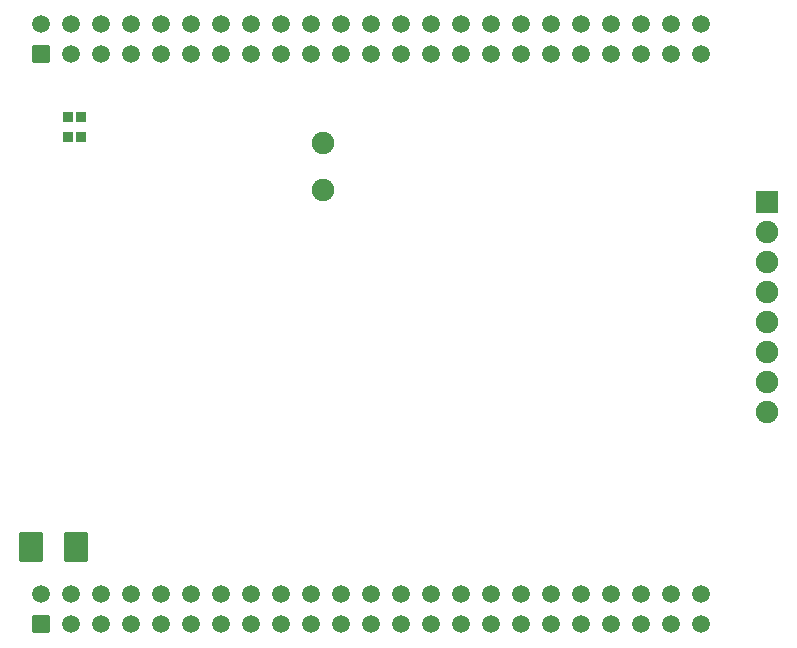
<source format=gts>
G04 Layer: TopSolderMaskLayer*
G04 EasyEDA v6.5.22, 2023-01-10 12:38:46*
G04 25b49afb8cf343a198f3b3cb698868e7,2e4b97ed0a384ad5b60706015a639cab,10*
G04 Gerber Generator version 0.2*
G04 Scale: 100 percent, Rotated: No, Reflected: No *
G04 Dimensions in inches *
G04 leading zeros omitted , absolute positions ,3 integer and 6 decimal *
%FSLAX36Y36*%
%MOIN*%

%AMMACRO1*1,1,$1,$2,$3*1,1,$1,$4,$5*1,1,$1,0-$2,0-$3*1,1,$1,0-$4,0-$5*20,1,$1,$2,$3,$4,$5,0*20,1,$1,$4,$5,0-$2,0-$3,0*20,1,$1,0-$2,0-$3,0-$4,0-$5,0*20,1,$1,0-$4,0-$5,$2,$3,0*4,1,4,$2,$3,$4,$5,0-$2,0-$3,0-$4,0-$5,$2,$3,0*%
%ADD10C,0.0749*%
%ADD11MACRO1,0.004X-0.0276X0.0276X0.0276X0.0276*%
%ADD12C,0.0591*%
%ADD13MACRO1,0.004X0.0354X0.0354X0.0354X-0.0354*%
%ADD14MACRO1,0.004X-0.0374X0.0468X0.0374X0.0468*%
%ADD15MACRO1,0.0039X0.0138X0.0157X0.0138X-0.0157*%

%LPD*%
D10*
G01*
X1780000Y-688739D03*
G01*
X1780000Y-531260D03*
D11*
G01*
X840000Y-235000D03*
D12*
G01*
X840000Y-135000D03*
G01*
X940000Y-235000D03*
G01*
X940000Y-135000D03*
G01*
X1040000Y-235000D03*
G01*
X1040000Y-135000D03*
G01*
X1140000Y-235000D03*
G01*
X1140000Y-135000D03*
G01*
X1240000Y-235000D03*
G01*
X1240000Y-135000D03*
G01*
X1340000Y-235000D03*
G01*
X1340000Y-135000D03*
G01*
X1440000Y-235000D03*
G01*
X1440000Y-135000D03*
G01*
X1540000Y-235000D03*
G01*
X1540000Y-135000D03*
G01*
X1640000Y-235000D03*
G01*
X1640000Y-135000D03*
G01*
X1740000Y-235000D03*
G01*
X1740000Y-135000D03*
G01*
X1840000Y-235000D03*
G01*
X1840000Y-135000D03*
G01*
X1940000Y-235000D03*
G01*
X1940000Y-135000D03*
G01*
X2040000Y-235000D03*
G01*
X2040000Y-135000D03*
G01*
X2140000Y-235000D03*
G01*
X2140000Y-135000D03*
G01*
X2240000Y-235000D03*
G01*
X2240000Y-135000D03*
G01*
X2340000Y-235000D03*
G01*
X2340000Y-135000D03*
G01*
X2440000Y-235000D03*
G01*
X2440000Y-135000D03*
G01*
X2540000Y-235000D03*
G01*
X2540000Y-135000D03*
G01*
X2640000Y-235000D03*
G01*
X2640000Y-135000D03*
G01*
X2740000Y-235000D03*
G01*
X2740000Y-135000D03*
G01*
X2840000Y-235000D03*
G01*
X2840000Y-135000D03*
G01*
X2940000Y-235000D03*
G01*
X2940000Y-135000D03*
G01*
X3040000Y-235000D03*
G01*
X3040000Y-135000D03*
D11*
G01*
X840000Y-2135000D03*
D12*
G01*
X840000Y-2035000D03*
G01*
X940000Y-2135000D03*
G01*
X940000Y-2035000D03*
G01*
X1040000Y-2135000D03*
G01*
X1040000Y-2035000D03*
G01*
X1140000Y-2135000D03*
G01*
X1140000Y-2035000D03*
G01*
X1240000Y-2135000D03*
G01*
X1240000Y-2035000D03*
G01*
X1340000Y-2135000D03*
G01*
X1340000Y-2035000D03*
G01*
X1440000Y-2135000D03*
G01*
X1440000Y-2035000D03*
G01*
X1540000Y-2135000D03*
G01*
X1540000Y-2035000D03*
G01*
X1640000Y-2135000D03*
G01*
X1640000Y-2035000D03*
G01*
X1740000Y-2135000D03*
G01*
X1740000Y-2035000D03*
G01*
X1840000Y-2135000D03*
G01*
X1840000Y-2035000D03*
G01*
X1940000Y-2135000D03*
G01*
X1940000Y-2035000D03*
G01*
X2040000Y-2135000D03*
G01*
X2040000Y-2035000D03*
G01*
X2140000Y-2135000D03*
G01*
X2140000Y-2035000D03*
G01*
X2240000Y-2135000D03*
G01*
X2240000Y-2035000D03*
G01*
X2340000Y-2135000D03*
G01*
X2340000Y-2035000D03*
G01*
X2440000Y-2135000D03*
G01*
X2440000Y-2035000D03*
G01*
X2540000Y-2135000D03*
G01*
X2540000Y-2035000D03*
G01*
X2640000Y-2135000D03*
G01*
X2640000Y-2035000D03*
G01*
X2740000Y-2135000D03*
G01*
X2740000Y-2035000D03*
G01*
X2840000Y-2135000D03*
G01*
X2840000Y-2035000D03*
G01*
X2940000Y-2135000D03*
G01*
X2940000Y-2035000D03*
G01*
X3040000Y-2135000D03*
G01*
X3040000Y-2035000D03*
D13*
G01*
X3260000Y-730000D03*
D10*
G01*
X3260000Y-830000D03*
G01*
X3260000Y-930000D03*
G01*
X3260000Y-1030000D03*
G01*
X3260000Y-1130000D03*
G01*
X3260000Y-1230000D03*
G01*
X3260000Y-1330000D03*
G01*
X3260000Y-1430000D03*
D14*
G01*
X954749Y-1880000D03*
G01*
X805249Y-1880000D03*
D15*
G01*
X971649Y-513464D03*
G01*
X928350Y-513464D03*
G01*
X928350Y-446535D03*
G01*
X971649Y-446535D03*
M02*

</source>
